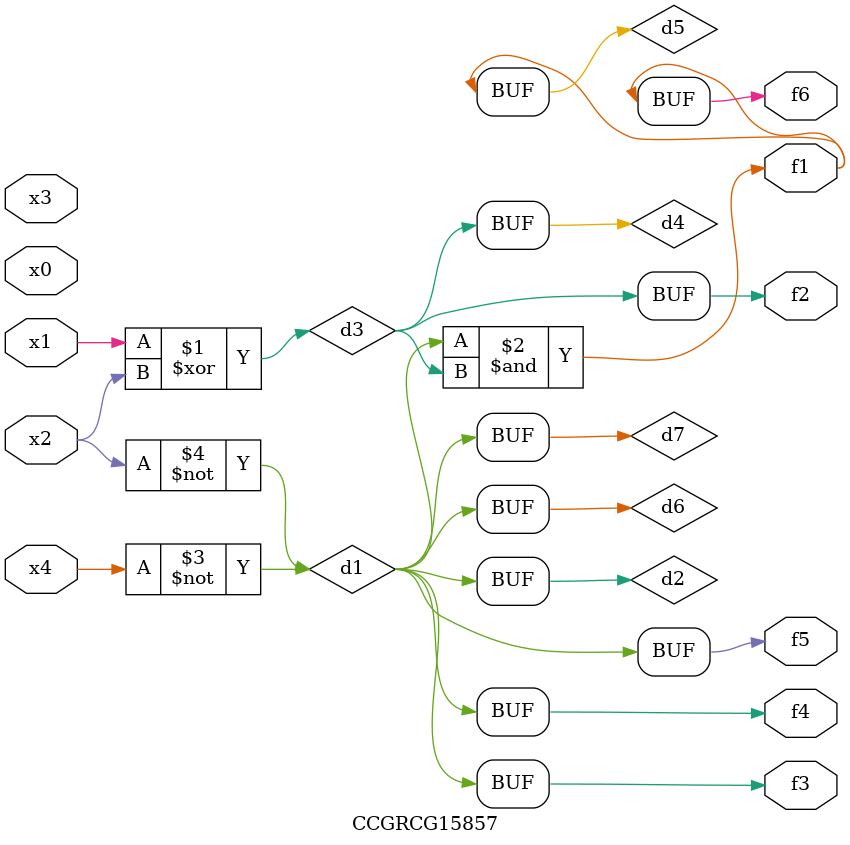
<source format=v>
module CCGRCG15857(
	input x0, x1, x2, x3, x4,
	output f1, f2, f3, f4, f5, f6
);

	wire d1, d2, d3, d4, d5, d6, d7;

	not (d1, x4);
	not (d2, x2);
	xor (d3, x1, x2);
	buf (d4, d3);
	and (d5, d1, d3);
	buf (d6, d1, d2);
	buf (d7, d2);
	assign f1 = d5;
	assign f2 = d4;
	assign f3 = d7;
	assign f4 = d7;
	assign f5 = d7;
	assign f6 = d5;
endmodule

</source>
